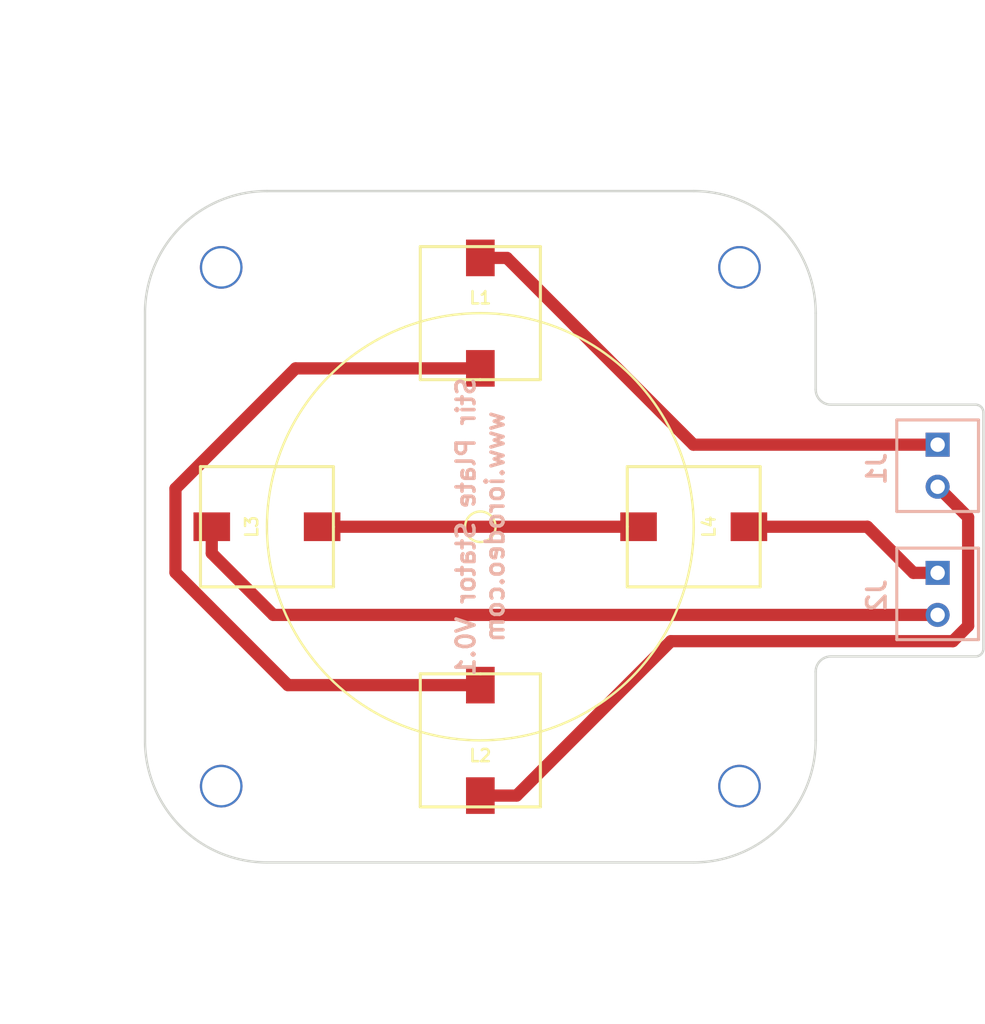
<source format=kicad_pcb>
(kicad_pcb (version 20171130) (host pcbnew 5.0.2-bee76a0~70~ubuntu18.04.1)

  (general
    (thickness 1.6)
    (drawings 23)
    (tracks 22)
    (zones 0)
    (modules 10)
    (nets 7)
  )

  (page A4)
  (layers
    (0 F.Cu signal)
    (31 B.Cu signal)
    (32 B.Adhes user)
    (33 F.Adhes user)
    (34 B.Paste user)
    (35 F.Paste user)
    (36 B.SilkS user)
    (37 F.SilkS user)
    (38 B.Mask user)
    (39 F.Mask user)
    (40 Dwgs.User user)
    (41 Cmts.User user)
    (42 Eco1.User user)
    (43 Eco2.User user)
    (44 Edge.Cuts user)
    (45 Margin user)
    (46 B.CrtYd user)
    (47 F.CrtYd user)
    (48 B.Fab user)
    (49 F.Fab user)
  )

  (setup
    (last_trace_width 1.016)
    (trace_clearance 0.2)
    (zone_clearance 0.508)
    (zone_45_only no)
    (trace_min 0.2)
    (segment_width 0.2)
    (edge_width 0.2)
    (via_size 0.8)
    (via_drill 0.4)
    (via_min_size 0.4)
    (via_min_drill 0.3)
    (uvia_size 0.3)
    (uvia_drill 0.1)
    (uvias_allowed no)
    (uvia_min_size 0.2)
    (uvia_min_drill 0.1)
    (pcb_text_width 0.3)
    (pcb_text_size 1.5 1.5)
    (mod_edge_width 0.15)
    (mod_text_size 1 1)
    (mod_text_width 0.15)
    (pad_size 1.524 1.524)
    (pad_drill 0.762)
    (pad_to_mask_clearance 0.051)
    (solder_mask_min_width 0.25)
    (aux_axis_origin 0 0)
    (visible_elements FFFFFF7F)
    (pcbplotparams
      (layerselection 0x010f0_ffffffff)
      (usegerberextensions false)
      (usegerberattributes false)
      (usegerberadvancedattributes false)
      (creategerberjobfile false)
      (excludeedgelayer true)
      (linewidth 0.100000)
      (plotframeref false)
      (viasonmask false)
      (mode 1)
      (useauxorigin false)
      (hpglpennumber 1)
      (hpglpenspeed 20)
      (hpglpendiameter 15.000000)
      (psnegative false)
      (psa4output false)
      (plotreference true)
      (plotvalue true)
      (plotinvisibletext false)
      (padsonsilk false)
      (subtractmaskfromsilk false)
      (outputformat 1)
      (mirror false)
      (drillshape 0)
      (scaleselection 1)
      (outputdirectory "gerber_v0p1/"))
  )

  (net 0 "")
  (net 1 "Net-(J1-Pad2)")
  (net 2 "Net-(J1-Pad1)")
  (net 3 "Net-(J2-Pad1)")
  (net 4 "Net-(J2-Pad2)")
  (net 5 "Net-(L1-Pad1)")
  (net 6 "Net-(L3-Pad1)")

  (net_class Default "This is the default net class."
    (clearance 0.2)
    (trace_width 1.016)
    (via_dia 0.8)
    (via_drill 0.4)
    (uvia_dia 0.3)
    (uvia_drill 0.1)
    (add_net "Net-(J1-Pad1)")
    (add_net "Net-(J1-Pad2)")
    (add_net "Net-(J2-Pad1)")
    (add_net "Net-(J2-Pad2)")
    (add_net "Net-(L1-Pad1)")
    (add_net "Net-(L3-Pad1)")
  )

  (module OST_SCREW_TERM_2:CONNBLOCK2 (layer B.Cu) (tedit 5D02F4BD) (tstamp 5D19BC00)
    (at 165.1 96.52 270)
    (path /5D02FB3A)
    (fp_text reference J1 (at 0.254 5.08 270) (layer B.SilkS)
      (effects (font (size 1.524 1.524) (thickness 0.3048)) (justify mirror))
    )
    (fp_text value Screw_Terminal_01x02 (at -0.20066 5.40004 270) (layer B.SilkS) hide
      (effects (font (size 1.524 1.524) (thickness 0.3048)) (justify mirror))
    )
    (fp_line (start -3.81 3.4036) (end -3.81 -3.4036) (layer B.SilkS) (width 0.254))
    (fp_line (start 3.81 3.4036) (end 3.81 -3.4036) (layer B.SilkS) (width 0.254))
    (fp_line (start -3.81 3.4036) (end 3.81 3.4036) (layer B.SilkS) (width 0.254))
    (fp_line (start -3.81 -3.4036) (end 3.81 -3.4036) (layer B.SilkS) (width 0.254))
    (pad 2 thru_hole circle (at 1.75006 0 270) (size 2 2) (drill 1.2) (layers *.Cu *.Mask)
      (net 1 "Net-(J1-Pad2)"))
    (pad 1 thru_hole rect (at -1.75006 0 270) (size 2 2) (drill 1.2) (layers *.Cu *.Mask)
      (net 2 "Net-(J1-Pad1)"))
  )

  (module OST_SCREW_TERM_2:CONNBLOCK2 (layer B.Cu) (tedit 5D02F4B7) (tstamp 5D19BC0A)
    (at 165.1 107.188 270)
    (path /5D02FC0B)
    (fp_text reference J2 (at 0.127 5.08 270) (layer B.SilkS)
      (effects (font (size 1.524 1.524) (thickness 0.3048)) (justify mirror))
    )
    (fp_text value Screw_Terminal_01x02 (at -0.20066 5.40004 270) (layer B.SilkS) hide
      (effects (font (size 1.524 1.524) (thickness 0.3048)) (justify mirror))
    )
    (fp_line (start -3.81 -3.4036) (end 3.81 -3.4036) (layer B.SilkS) (width 0.254))
    (fp_line (start -3.81 3.4036) (end 3.81 3.4036) (layer B.SilkS) (width 0.254))
    (fp_line (start 3.81 3.4036) (end 3.81 -3.4036) (layer B.SilkS) (width 0.254))
    (fp_line (start -3.81 3.4036) (end -3.81 -3.4036) (layer B.SilkS) (width 0.254))
    (pad 1 thru_hole rect (at -1.75006 0 270) (size 2 2) (drill 1.2) (layers *.Cu *.Mask)
      (net 3 "Net-(J2-Pad1)"))
    (pad 2 thru_hole circle (at 1.75006 0 270) (size 2 2) (drill 1.2) (layers *.Cu *.Mask)
      (net 4 "Net-(J2-Pad2)"))
  )

  (module SDR1105:SDR1105 (layer F.Cu) (tedit 5D12E10F) (tstamp 5D19BC15)
    (at 127 83.82 180)
    (path /5D02E80C)
    (fp_text reference L1 (at 0 1.27 180) (layer F.SilkS)
      (effects (font (size 1.016 1.016) (thickness 0.2032)))
    )
    (fp_text value L_Core_Ferrite (at 0 -1.524) (layer F.Fab) hide
      (effects (font (size 1.016 1.016) (thickness 0.2032)))
    )
    (fp_line (start 0 -5.5372) (end 5.0038 -5.5372) (layer F.SilkS) (width 0.254))
    (fp_line (start 5.0038 -5.5372) (end 5.0038 5.5372) (layer F.SilkS) (width 0.254))
    (fp_line (start 5.0038 5.5372) (end -5.0038 5.5372) (layer F.SilkS) (width 0.254))
    (fp_line (start -5.0038 5.5372) (end -5.0038 -5.5372) (layer F.SilkS) (width 0.254))
    (fp_line (start -5.0038 -5.5372) (end 0.0254 -5.5372) (layer F.SilkS) (width 0.254))
    (pad 1 smd rect (at 0 -4.5974 180) (size 2.3876 3.048) (layers F.Cu F.Paste F.Mask)
      (net 5 "Net-(L1-Pad1)"))
    (pad 2 smd rect (at 0 4.5974 180) (size 2.3876 3.048) (layers F.Cu F.Paste F.Mask)
      (net 2 "Net-(J1-Pad1)"))
  )

  (module SDR1105:SDR1105 (layer F.Cu) (tedit 5D02F4CF) (tstamp 5D19BC20)
    (at 127 119.38)
    (path /5D02EAA6)
    (fp_text reference L2 (at 0 1.27) (layer F.SilkS)
      (effects (font (size 1.016 1.016) (thickness 0.2032)))
    )
    (fp_text value L_Core_Ferrite (at 0 -1.524 180) (layer F.Fab) hide
      (effects (font (size 1.016 1.016) (thickness 0.2032)))
    )
    (fp_line (start 0 -5.5372) (end 5.0038 -5.5372) (layer F.SilkS) (width 0.254))
    (fp_line (start 5.0038 -5.5372) (end 5.0038 5.5372) (layer F.SilkS) (width 0.254))
    (fp_line (start 5.0038 5.5372) (end -5.0038 5.5372) (layer F.SilkS) (width 0.254))
    (fp_line (start -5.0038 5.5372) (end -5.0038 -5.5372) (layer F.SilkS) (width 0.254))
    (fp_line (start -5.0038 -5.5372) (end 0.0254 -5.5372) (layer F.SilkS) (width 0.254))
    (pad 1 smd rect (at 0 -4.5974) (size 2.3876 3.048) (layers F.Cu F.Paste F.Mask)
      (net 5 "Net-(L1-Pad1)"))
    (pad 2 smd rect (at 0 4.5974) (size 2.3876 3.048) (layers F.Cu F.Paste F.Mask)
      (net 1 "Net-(J1-Pad2)"))
  )

  (module SDR1105:SDR1105 (layer F.Cu) (tedit 5D02F4D5) (tstamp 5D19BC2B)
    (at 109.22 101.6 270)
    (path /5D02EA1C)
    (fp_text reference L3 (at 0 1.27 270) (layer F.SilkS)
      (effects (font (size 1.016 1.016) (thickness 0.2032)))
    )
    (fp_text value L_Core_Ferrite (at 0 -1.524 90) (layer F.Fab) hide
      (effects (font (size 1.016 1.016) (thickness 0.2032)))
    )
    (fp_line (start -5.0038 -5.5372) (end 0.0254 -5.5372) (layer F.SilkS) (width 0.254))
    (fp_line (start -5.0038 5.5372) (end -5.0038 -5.5372) (layer F.SilkS) (width 0.254))
    (fp_line (start 5.0038 5.5372) (end -5.0038 5.5372) (layer F.SilkS) (width 0.254))
    (fp_line (start 5.0038 -5.5372) (end 5.0038 5.5372) (layer F.SilkS) (width 0.254))
    (fp_line (start 0 -5.5372) (end 5.0038 -5.5372) (layer F.SilkS) (width 0.254))
    (pad 2 smd rect (at 0 4.5974 270) (size 2.3876 3.048) (layers F.Cu F.Paste F.Mask)
      (net 4 "Net-(J2-Pad2)"))
    (pad 1 smd rect (at 0 -4.5974 270) (size 2.3876 3.048) (layers F.Cu F.Paste F.Mask)
      (net 6 "Net-(L3-Pad1)"))
  )

  (module SDR1105:SDR1105 (layer F.Cu) (tedit 5D02F4C4) (tstamp 5D19BC36)
    (at 144.78 101.6 90)
    (path /5D02EB33)
    (fp_text reference L4 (at 0 1.27 90) (layer F.SilkS)
      (effects (font (size 1.016 1.016) (thickness 0.2032)))
    )
    (fp_text value L_Core_Ferrite (at 0 -1.524 270) (layer F.Fab) hide
      (effects (font (size 1.016 1.016) (thickness 0.2032)))
    )
    (fp_line (start -5.0038 -5.5372) (end 0.0254 -5.5372) (layer F.SilkS) (width 0.254))
    (fp_line (start -5.0038 5.5372) (end -5.0038 -5.5372) (layer F.SilkS) (width 0.254))
    (fp_line (start 5.0038 5.5372) (end -5.0038 5.5372) (layer F.SilkS) (width 0.254))
    (fp_line (start 5.0038 -5.5372) (end 5.0038 5.5372) (layer F.SilkS) (width 0.254))
    (fp_line (start 0 -5.5372) (end 5.0038 -5.5372) (layer F.SilkS) (width 0.254))
    (pad 2 smd rect (at 0 4.5974 90) (size 2.3876 3.048) (layers F.Cu F.Paste F.Mask)
      (net 3 "Net-(J2-Pad1)"))
    (pad 1 smd rect (at 0 -4.5974 90) (size 2.3876 3.048) (layers F.Cu F.Paste F.Mask)
      (net 6 "Net-(L3-Pad1)"))
  )

  (module 4-40_mount_hole:4-40_mount_hole (layer F.Cu) (tedit 5D12E130) (tstamp 5D12DBE5)
    (at 105.41 80.01)
    (fp_text reference M1 (at 0 2.54) (layer F.SilkS) hide
      (effects (font (size 1.016 1.016) (thickness 0.2032)))
    )
    (fp_text value 4-40_mount_hole (at 0 -2.54) (layer F.Fab) hide
      (effects (font (size 1.016 1.016) (thickness 0.2032)))
    )
    (pad "" thru_hole circle (at 0 0) (size 3.556 3.556) (drill 3.175) (layers *.Cu *.Mask))
  )

  (module 4-40_mount_hole:4-40_mount_hole (layer F.Cu) (tedit 5D12E140) (tstamp 5D12DBF7)
    (at 148.59 80.01)
    (fp_text reference M2 (at 0 2.54) (layer F.SilkS) hide
      (effects (font (size 1.016 1.016) (thickness 0.2032)))
    )
    (fp_text value 4-40_mount_hole (at 0 -2.54) (layer F.Fab) hide
      (effects (font (size 1.016 1.016) (thickness 0.2032)))
    )
    (pad "" thru_hole circle (at 0 0) (size 3.556 3.556) (drill 3.175) (layers *.Cu *.Mask))
  )

  (module 4-40_mount_hole:4-40_mount_hole (layer F.Cu) (tedit 5D12E151) (tstamp 5D12DC11)
    (at 148.59 123.19)
    (fp_text reference M3 (at 0 2.54) (layer F.SilkS) hide
      (effects (font (size 1.016 1.016) (thickness 0.2032)))
    )
    (fp_text value 4-40_mount_hole (at 0 -2.54) (layer F.Fab) hide
      (effects (font (size 1.016 1.016) (thickness 0.2032)))
    )
    (pad "" thru_hole circle (at 0 0) (size 3.556 3.556) (drill 3.175) (layers *.Cu *.Mask))
  )

  (module 4-40_mount_hole:4-40_mount_hole (layer F.Cu) (tedit 5D12E17D) (tstamp 5D12DC1A)
    (at 105.41 123.19)
    (fp_text reference M4 (at 0 2.54) (layer F.SilkS) hide
      (effects (font (size 1.016 1.016) (thickness 0.2032)))
    )
    (fp_text value 4-40_mount_hole (at 0 -2.54) (layer F.Fab) hide
      (effects (font (size 1.016 1.016) (thickness 0.2032)))
    )
    (pad "" thru_hole circle (at 0 0) (size 3.556 3.556) (drill 3.175) (layers *.Cu *.Mask))
  )

  (dimension 43.18 (width 0.3) (layer Dwgs.User)
    (gr_text "1.7000 in" (at 92.515001 101.6 270) (layer Dwgs.User)
      (effects (font (size 1.5 1.5) (thickness 0.3)))
    )
    (feature1 (pts (xy 105.41 123.19) (xy 94.02858 123.19)))
    (feature2 (pts (xy 105.41 80.01) (xy 94.02858 80.01)))
    (crossbar (pts (xy 94.615001 80.01) (xy 94.615001 123.19)))
    (arrow1a (pts (xy 94.615001 123.19) (xy 94.02858 122.063496)))
    (arrow1b (pts (xy 94.615001 123.19) (xy 95.201422 122.063496)))
    (arrow2a (pts (xy 94.615001 80.01) (xy 94.02858 81.136504)))
    (arrow2b (pts (xy 94.615001 80.01) (xy 95.201422 81.136504)))
  )
  (dimension 43.18 (width 0.3) (layer Dwgs.User)
    (gr_text "1.7000 in" (at 127 67.115) (layer Dwgs.User)
      (effects (font (size 1.5 1.5) (thickness 0.3)))
    )
    (feature1 (pts (xy 148.59 80.01) (xy 148.59 68.628579)))
    (feature2 (pts (xy 105.41 80.01) (xy 105.41 68.628579)))
    (crossbar (pts (xy 105.41 69.215) (xy 148.59 69.215)))
    (arrow1a (pts (xy 148.59 69.215) (xy 147.463496 69.801421)))
    (arrow1b (pts (xy 148.59 69.215) (xy 147.463496 68.628579)))
    (arrow2a (pts (xy 105.41 69.215) (xy 106.536504 69.801421)))
    (arrow2b (pts (xy 105.41 69.215) (xy 106.536504 68.628579)))
  )
  (dimension 55.88 (width 0.3) (layer Dwgs.User)
    (gr_text "2.2000 in" (at 127 58.86) (layer Dwgs.User)
      (effects (font (size 1.5 1.5) (thickness 0.3)))
    )
    (feature1 (pts (xy 154.94 83.82) (xy 154.94 60.373579)))
    (feature2 (pts (xy 99.06 83.82) (xy 99.06 60.373579)))
    (crossbar (pts (xy 99.06 60.96) (xy 154.94 60.96)))
    (arrow1a (pts (xy 154.94 60.96) (xy 153.813496 61.546421)))
    (arrow1b (pts (xy 154.94 60.96) (xy 153.813496 60.373579)))
    (arrow2a (pts (xy 99.06 60.96) (xy 100.186504 61.546421)))
    (arrow2b (pts (xy 99.06 60.96) (xy 100.186504 60.373579)))
  )
  (dimension 69.85 (width 0.3) (layer Dwgs.User)
    (gr_text "2.7500 in" (at 133.985 144.34) (layer Dwgs.User)
      (effects (font (size 1.5 1.5) (thickness 0.3)))
    )
    (feature1 (pts (xy 99.06 111.76) (xy 99.06 142.826421)))
    (feature2 (pts (xy 168.91 111.76) (xy 168.91 142.826421)))
    (crossbar (pts (xy 168.91 142.24) (xy 99.06 142.24)))
    (arrow1a (pts (xy 99.06 142.24) (xy 100.186504 141.653579)))
    (arrow1b (pts (xy 99.06 142.24) (xy 100.186504 142.826421)))
    (arrow2a (pts (xy 168.91 142.24) (xy 167.783496 141.653579)))
    (arrow2b (pts (xy 168.91 142.24) (xy 167.783496 142.826421)))
  )
  (gr_text "Stir Plate Stator V0.1\nwww.iorodeo.com" (at 127 101.6 90) (layer B.SilkS)
    (effects (font (size 1.5 1.5) (thickness 0.3)) (justify mirror))
  )
  (gr_line (start 154.94 113.665) (end 154.94 119.38) (layer Edge.Cuts) (width 0.2))
  (gr_line (start 154.94 83.82) (end 154.94 90.17) (layer Edge.Cuts) (width 0.2))
  (gr_line (start 156.21 91.44) (end 168.275 91.44) (layer Edge.Cuts) (width 0.2))
  (gr_line (start 156.21 112.395) (end 168.275 112.395) (layer Edge.Cuts) (width 0.2))
  (gr_line (start 168.91 92.075) (end 168.91 111.76) (layer Edge.Cuts) (width 0.2))
  (gr_circle (center 127 101.6) (end 127 83.82) (layer F.SilkS) (width 0.2))
  (gr_circle (center 127 101.6) (end 128.27 101.6) (layer F.SilkS) (width 0.2))
  (gr_arc (start 156.21 113.665) (end 156.21 112.395) (angle -90) (layer Edge.Cuts) (width 0.2))
  (gr_arc (start 156.21 90.17) (end 154.94 90.17) (angle -90) (layer Edge.Cuts) (width 0.2))
  (gr_arc (start 168.275 111.76) (end 168.275 112.395) (angle -90) (layer Edge.Cuts) (width 0.2))
  (gr_arc (start 168.275 92.075) (end 168.91 92.075) (angle -90) (layer Edge.Cuts) (width 0.2))
  (gr_line (start 109.22 73.66) (end 144.78 73.66) (layer Edge.Cuts) (width 0.2))
  (gr_line (start 109.22 129.54) (end 144.78 129.54) (layer Edge.Cuts) (width 0.2))
  (gr_line (start 99.06 83.82) (end 99.06 119.38) (layer Edge.Cuts) (width 0.2))
  (gr_arc (start 144.78 119.38) (end 144.78 129.54) (angle -90) (layer Edge.Cuts) (width 0.2))
  (gr_arc (start 109.22 119.38) (end 99.06 119.38) (angle -90) (layer Edge.Cuts) (width 0.2))
  (gr_arc (start 144.78 83.82) (end 154.94 83.82) (angle -90) (layer Edge.Cuts) (width 0.2))
  (gr_arc (start 109.22 83.82) (end 109.22 73.66) (angle -90) (layer Edge.Cuts) (width 0.2))

  (segment (start 166.8084 99.9785) (end 165.1 98.2701) (width 1.016) (layer F.Cu) (net 1))
  (segment (start 142.875 111.125) (end 166.37 111.125) (width 1.016) (layer F.Cu) (net 1))
  (segment (start 167.64 109.855) (end 167.64 100.8101) (width 1.016) (layer F.Cu) (net 1))
  (segment (start 130.0226 123.9774) (end 142.875 111.125) (width 1.016) (layer F.Cu) (net 1))
  (segment (start 127 123.9774) (end 130.0226 123.9774) (width 1.016) (layer F.Cu) (net 1))
  (segment (start 166.37 111.125) (end 167.64 109.855) (width 1.016) (layer F.Cu) (net 1))
  (segment (start 167.64 100.8101) (end 166.8084 99.9785) (width 1.016) (layer F.Cu) (net 1))
  (segment (start 127 79.2226) (end 129.2098 79.2226) (width 1.016) (layer F.Cu) (net 2))
  (segment (start 129.2098 79.2226) (end 144.7571 94.7699) (width 1.016) (layer F.Cu) (net 2))
  (segment (start 144.7571 94.7699) (end 165.1 94.7699) (width 1.016) (layer F.Cu) (net 2))
  (segment (start 165.1 105.4379) (end 163.084 105.4379) (width 1.016) (layer F.Cu) (net 3))
  (segment (start 149.3774 101.6) (end 159.2461 101.6) (width 1.016) (layer F.Cu) (net 3))
  (segment (start 159.2461 101.6) (end 163.084 105.4379) (width 1.016) (layer F.Cu) (net 3))
  (segment (start 104.6226 101.6) (end 104.6226 103.8098) (width 1.016) (layer F.Cu) (net 4))
  (segment (start 104.6226 103.8098) (end 109.7509 108.9381) (width 1.016) (layer F.Cu) (net 4))
  (segment (start 109.7509 108.9381) (end 165.1 108.9381) (width 1.016) (layer F.Cu) (net 4))
  (segment (start 101.6 98.425) (end 101.6 105.41) (width 1.016) (layer F.Cu) (net 5))
  (segment (start 127 88.4174) (end 111.6076 88.4174) (width 1.016) (layer F.Cu) (net 5))
  (segment (start 110.9726 114.7826) (end 127 114.7826) (width 1.016) (layer F.Cu) (net 5))
  (segment (start 101.6 105.41) (end 110.9726 114.7826) (width 1.016) (layer F.Cu) (net 5))
  (segment (start 111.6076 88.4174) (end 101.6 98.425) (width 1.016) (layer F.Cu) (net 5))
  (segment (start 140.1826 101.6) (end 113.8174 101.6) (width 1.016) (layer F.Cu) (net 6))

)

</source>
